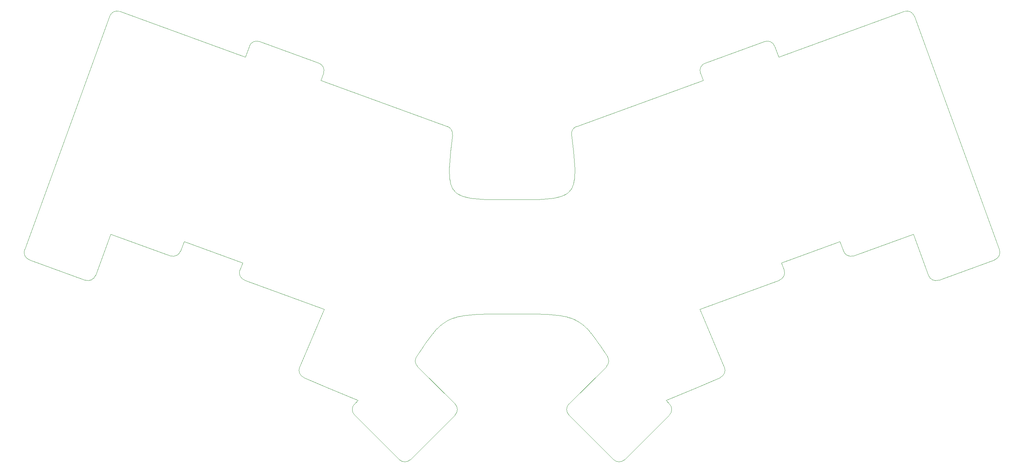
<source format=gm1>
%TF.GenerationSoftware,KiCad,Pcbnew,(6.0.11)*%
%TF.CreationDate,2023-05-11T00:11:01+09:00*%
%TF.ProjectId,gu34-bottom-plate,67753334-2d62-46f7-9474-6f6d2d706c61,rev?*%
%TF.SameCoordinates,Original*%
%TF.FileFunction,Profile,NP*%
%FSLAX46Y46*%
G04 Gerber Fmt 4.6, Leading zero omitted, Abs format (unit mm)*
G04 Created by KiCad (PCBNEW (6.0.11)) date 2023-05-11 00:11:01*
%MOMM*%
%LPD*%
G01*
G04 APERTURE LIST*
%TA.AperFunction,Profile*%
%ADD10C,0.100000*%
%TD*%
%ADD11C,0.100000*%
G04 APERTURE END LIST*
D10*
X20014925Y-80820622D02*
X34219476Y-85990656D01*
X182184357Y-120227313D02*
G75*
G03*
X182184351Y-117398880I-1414257J1414213D01*
G01*
X247819286Y-84795286D02*
G75*
G03*
X250382644Y-85990656I1879314J683886D01*
G01*
X40391368Y-18989196D02*
X18819580Y-78257197D01*
X244210828Y-18989168D02*
G75*
G03*
X241647326Y-17793851I-1879428J-684132D01*
G01*
X195047559Y-110697548D02*
X189255547Y-113156111D01*
X55751241Y-79823845D02*
G75*
G03*
X58314640Y-78628572I684059J1879345D01*
G01*
X168042215Y-131541016D02*
G75*
G03*
X170870642Y-131541016I1414214J1414215D01*
G01*
X127212938Y-49078255D02*
G75*
G03*
X125911108Y-46961420I-1985838J237455D01*
G01*
X34219463Y-85990692D02*
G75*
G03*
X36782901Y-84795311I684037J1879392D01*
G01*
X95346573Y-113156111D02*
X103289125Y-116527525D01*
X74545067Y-85980280D02*
X94751830Y-93334940D01*
X116559905Y-131541016D02*
X127873613Y-120227307D01*
X93883621Y-35304368D02*
X125911108Y-46961420D01*
X78322819Y-25428843D02*
X93357901Y-30901165D01*
D11*
X157389197Y-49078253D02*
X157566139Y-50574220D01*
X157726147Y-51976720D01*
X157866730Y-53288770D01*
X157985398Y-54513382D01*
X158079660Y-55653574D01*
X158147028Y-56712359D01*
X158185010Y-57692752D01*
X158191118Y-58597770D01*
X158162860Y-59430426D01*
X158097747Y-60193736D01*
X157993289Y-60890715D01*
X157846995Y-61524378D01*
X157656376Y-62097740D01*
X157418942Y-62613816D01*
X157132202Y-63075621D01*
X156793667Y-63486171D01*
X156400847Y-63848479D01*
X155951251Y-64165562D01*
X155442389Y-64440434D01*
X154871772Y-64676110D01*
X154236909Y-64875606D01*
X153535311Y-65041936D01*
X152764487Y-65178116D01*
X151921947Y-65287160D01*
X151005202Y-65372084D01*
X150011760Y-65435903D01*
X148939133Y-65481631D01*
X147784830Y-65512284D01*
X146546362Y-65530877D01*
X145221237Y-65540424D01*
X143806966Y-65543942D01*
X142301060Y-65544445D01*
D10*
X118117153Y-105405006D02*
G75*
G03*
X118381403Y-107906670I1678447J-1087494D01*
G01*
X190048874Y-33464590D02*
X190718499Y-35304368D01*
D11*
X127212923Y-49078253D02*
X127035980Y-50574220D01*
X126875972Y-51976720D01*
X126735389Y-53288770D01*
X126616721Y-54513382D01*
X126522459Y-55653574D01*
X126455091Y-56712359D01*
X126417109Y-57692752D01*
X126411001Y-58597770D01*
X126439259Y-59430426D01*
X126504372Y-60193736D01*
X126608830Y-60890715D01*
X126755124Y-61524378D01*
X126945743Y-62097740D01*
X127183177Y-62613816D01*
X127469917Y-63075621D01*
X127808452Y-63486171D01*
X128201272Y-63848479D01*
X128650868Y-64165562D01*
X129159730Y-64440434D01*
X129730347Y-64676110D01*
X130365210Y-64875606D01*
X131066808Y-65041936D01*
X131837632Y-65178116D01*
X132680172Y-65287160D01*
X133596917Y-65372084D01*
X134590359Y-65435903D01*
X135662986Y-65481631D01*
X136817289Y-65512284D01*
X138055757Y-65530877D01*
X139380882Y-65540424D01*
X140795153Y-65543942D01*
X142301060Y-65544445D01*
D10*
X195047539Y-110697500D02*
G75*
G03*
X196107106Y-108075076I-781439J1841000D01*
G01*
X156728513Y-117398886D02*
G75*
G03*
X156728507Y-120227307I1414187J-1414214D01*
G01*
X210057053Y-85980280D02*
X189850290Y-93334940D01*
X225398009Y-76184772D02*
X210582773Y-81577077D01*
X168042215Y-131541016D02*
X156728507Y-120227307D01*
X190718499Y-35304368D02*
X158691012Y-46961420D01*
X226287504Y-78628563D02*
G75*
G03*
X228850905Y-79823917I1879396J684063D01*
G01*
X74019347Y-81577077D02*
X73349723Y-83416855D01*
X94553328Y-33464620D02*
G75*
G03*
X93357901Y-30901165I-1879428J684020D01*
G01*
X244002572Y-74309162D02*
X228850905Y-79823917D01*
X18819555Y-78257188D02*
G75*
G03*
X20014925Y-80820622I1879445J-684012D01*
G01*
X42954794Y-17793851D02*
X74760000Y-29370000D01*
X73349724Y-83416855D02*
G75*
G03*
X74545067Y-85980280I1879376J-684045D01*
G01*
X88494956Y-108075051D02*
G75*
G03*
X89554561Y-110697548I1841044J-781449D01*
G01*
X209842120Y-29370000D02*
X208842727Y-26624187D01*
X166220677Y-107906630D02*
G75*
G03*
X166485012Y-105404977I-1414277J1414230D01*
G01*
D11*
X166485012Y-105404977D02*
X165843422Y-104418288D01*
X165235255Y-103493247D01*
X164656430Y-102627865D01*
X164102870Y-101820152D01*
X163570495Y-101068122D01*
X163055227Y-100369784D01*
X162552988Y-99723150D01*
X162059698Y-99126231D01*
X161571279Y-98577040D01*
X161083652Y-98073587D01*
X160592739Y-97613884D01*
X160094461Y-97195942D01*
X159584739Y-96817772D01*
X159059494Y-96477386D01*
X158514648Y-96172795D01*
X157946123Y-95902011D01*
X157349839Y-95663045D01*
X156721718Y-95453908D01*
X156057681Y-95272612D01*
X155353649Y-95117168D01*
X154605545Y-94985587D01*
X153809288Y-94875882D01*
X152960801Y-94786062D01*
X152056005Y-94714140D01*
X151090820Y-94658127D01*
X150061169Y-94616035D01*
X148962973Y-94585874D01*
X147792153Y-94565656D01*
X146544630Y-94553393D01*
X145216326Y-94547096D01*
X143803162Y-94544776D01*
X142301060Y-94544445D01*
D10*
X158691035Y-46961484D02*
G75*
G03*
X157389197Y-49078253I684065J-1879416D01*
G01*
X127873619Y-120227313D02*
G75*
G03*
X127873613Y-117398880I-1414219J1414213D01*
G01*
X59204111Y-76184772D02*
X74019347Y-81577077D01*
X210582773Y-81577077D02*
X211252397Y-83416855D01*
X113731478Y-131541016D02*
G75*
G03*
X116559905Y-131541016I1414214J1414215D01*
G01*
X94553246Y-33464590D02*
X93883621Y-35304368D01*
X40599548Y-74309162D02*
X55751215Y-79823917D01*
X78322834Y-25428801D02*
G75*
G03*
X75759393Y-26624187I-684034J-1879399D01*
G01*
X189255547Y-113156111D02*
X181312995Y-116527525D01*
X102417769Y-120227307D02*
X113731478Y-131541016D01*
X210057037Y-85980237D02*
G75*
G03*
X211252397Y-83416855I-683937J1879337D01*
G01*
X156728507Y-117398880D02*
X166220717Y-107906670D01*
X244210752Y-18989196D02*
X265782540Y-78257197D01*
X103289125Y-116527525D02*
X102417769Y-117398880D01*
X226287480Y-78628572D02*
X225398009Y-76184772D01*
X206279301Y-25428843D02*
X191244219Y-30901165D01*
X127873613Y-117398880D02*
X118381403Y-107906670D01*
X264587170Y-80820552D02*
G75*
G03*
X265782540Y-78257197I-683970J1879352D01*
G01*
D11*
X118117108Y-105404977D02*
X118758697Y-104418288D01*
X119366864Y-103493247D01*
X119945689Y-102627865D01*
X120499249Y-101820152D01*
X121031624Y-101068122D01*
X121546892Y-100369784D01*
X122049131Y-99723150D01*
X122542421Y-99126231D01*
X123030840Y-98577040D01*
X123518467Y-98073587D01*
X124009380Y-97613884D01*
X124507658Y-97195942D01*
X125017380Y-96817772D01*
X125542625Y-96477386D01*
X126087471Y-96172795D01*
X126655996Y-95902011D01*
X127252280Y-95663045D01*
X127880401Y-95453908D01*
X128544438Y-95272612D01*
X129248470Y-95117168D01*
X129996574Y-94985587D01*
X130792831Y-94875882D01*
X131641318Y-94786062D01*
X132546115Y-94714140D01*
X133511299Y-94658127D01*
X134540950Y-94616035D01*
X135639146Y-94585874D01*
X136809966Y-94565656D01*
X138057489Y-94553393D01*
X139385793Y-94547096D01*
X140798957Y-94544776D01*
X142301060Y-94544445D01*
D10*
X264587195Y-80820622D02*
X250382644Y-85990656D01*
X42954792Y-17793857D02*
G75*
G03*
X40391368Y-18989196I-684042J-1879383D01*
G01*
X191244209Y-30901138D02*
G75*
G03*
X190048874Y-33464590I683991J-1879362D01*
G01*
X189850290Y-93334940D02*
X196107106Y-108075076D01*
X36782901Y-84795311D02*
X40599548Y-74309162D01*
X74760000Y-29370000D02*
X75759393Y-26624187D01*
X247819219Y-84795311D02*
X244002572Y-74309162D01*
X208842782Y-26624167D02*
G75*
G03*
X206279301Y-25428843I-1879382J-684033D01*
G01*
X94751830Y-93334940D02*
X88495014Y-108075076D01*
X181312995Y-116527525D02*
X182184351Y-117398880D01*
X241647326Y-17793851D02*
X209842120Y-29370000D01*
X102417775Y-117398886D02*
G75*
G03*
X102417769Y-120227307I1414225J-1414214D01*
G01*
X58314640Y-78628572D02*
X59204111Y-76184772D01*
X182184351Y-120227307D02*
X170870642Y-131541016D01*
X89554561Y-110697548D02*
X95346573Y-113156111D01*
M02*

</source>
